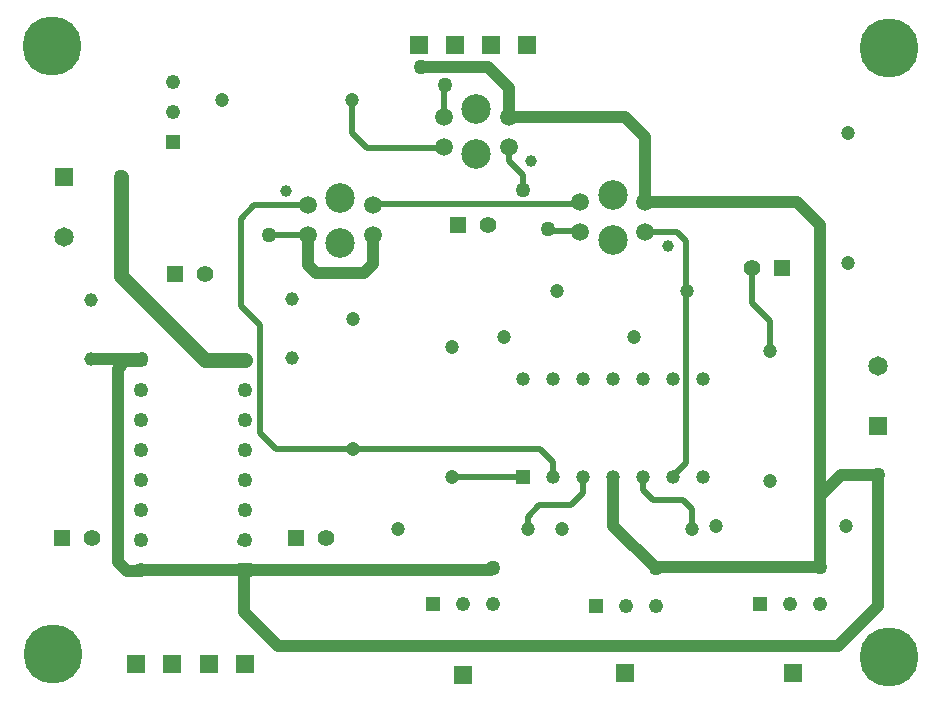
<source format=gtl>
%TF.GenerationSoftware,Altium Limited,Altium Designer,24.7.2 (38)*%
G04 Layer_Physical_Order=1*
G04 Layer_Color=255*
%FSLAX45Y45*%
%MOMM*%
%TF.SameCoordinates,CC96ED50-5278-442E-815C-D6E1CD6F0417*%
%TF.FilePolarity,Positive*%
%TF.FileFunction,Copper,L1,Top,Signal*%
%TF.Part,Single*%
G01*
G75*
%TA.AperFunction,Conductor*%
%ADD10C,1.01600*%
%ADD11C,0.50800*%
%ADD12C,0.25400*%
%ADD13C,1.27000*%
%ADD14C,0.76200*%
%TA.AperFunction,ComponentPad*%
%ADD15C,1.65000*%
%ADD16R,1.65000X1.65000*%
%ADD17C,1.20000*%
%ADD18C,1.25000*%
%ADD19C,1.15000*%
%ADD20C,1.21800*%
%ADD21R,1.21800X1.21800*%
%ADD22R,1.56000X1.56000*%
%ADD23R,1.56000X1.56000*%
%ADD24R,1.39800X1.39800*%
%ADD25C,1.39800*%
%ADD26C,1.50000*%
%ADD27C,1.00000*%
%ADD28C,2.50000*%
%ADD29C,1.40000*%
%ADD30R,1.40000X1.40000*%
%ADD31R,1.25000X1.25000*%
%ADD32C,1.18000*%
%ADD33R,1.18000X1.18000*%
%ADD34R,1.21800X1.21800*%
%TA.AperFunction,ViaPad*%
%ADD35C,5.00000*%
%ADD36C,1.27000*%
D10*
X4069827Y1066800D02*
X4076700D01*
X1981200Y1054100D02*
X4057127D01*
X4069827Y1066800D01*
X5467350Y1073150D02*
X6838950D01*
X6845300Y1079500D02*
Y1676400D01*
X5092700Y1428227D02*
Y1841500D01*
Y1428227D02*
X5454127Y1066800D01*
X5461000D01*
X3467100Y5308600D02*
X4038600D01*
X4212000Y5135200D01*
X7340600Y749300D02*
Y1842467D01*
X6997700Y406400D02*
X7340600Y749300D01*
X7023100Y1854200D02*
X7340600D01*
X2260600Y406400D02*
X6997700D01*
X1968500Y698500D02*
X2260600Y406400D01*
X6845300Y1676400D02*
X7023100Y1854200D01*
X6845300Y1676400D02*
Y3975100D01*
X4212000Y4889500D02*
Y5135200D01*
X4257824Y4889500D02*
X5194300D01*
X5367701Y4716099D01*
Y4165600D02*
Y4716099D01*
X6654800Y4165600D02*
X6845300Y3975100D01*
X5367701Y4165600D02*
X6654800D01*
X1096702Y1054100D02*
X1976700D01*
X1094200Y2834100D02*
X1104900Y2844800D01*
X3060700Y3860800D02*
X3073400Y3873500D01*
X3060700Y3644900D02*
Y3860800D01*
X2984500Y3568700D02*
X3060700Y3644900D01*
X2578100Y3568700D02*
X2984500D01*
X2510699Y3636101D02*
Y3886200D01*
Y3636101D02*
X2578100Y3568700D01*
X1968500Y1017000D02*
X1980200Y1028700D01*
X1981200D01*
X1968500Y698500D02*
Y1017000D01*
X675100Y2834100D02*
X1094200D01*
X5448300Y749300D02*
X5461000Y736600D01*
X673100Y2836100D02*
X675100Y2834100D01*
X901700Y1117600D02*
Y2755900D01*
X1079500Y1041400D02*
X1092200Y1054100D01*
X977900Y1041400D02*
X1079500D01*
X901700Y1117600D02*
X977900Y1041400D01*
X901700Y2755900D02*
X963703Y2817903D01*
X1082504D02*
X1096702Y2832100D01*
X963703Y2817903D02*
X1082504D01*
D11*
X6838950Y1073150D02*
X6845300Y1066800D01*
X5461000D02*
X5467350Y1073150D01*
X4478198Y2075002D02*
X4584700Y1968500D01*
X2242998Y2075002D02*
X4478198D01*
X3454400Y5473700D02*
X3467100Y5486400D01*
X3661999Y4889500D02*
Y5122499D01*
X6273800Y3314700D02*
Y3606800D01*
X6426200Y2908300D02*
Y3162300D01*
X6273800Y3314700D02*
X6426200Y3162300D01*
X5687152Y1640749D02*
X5763351Y1564549D01*
Y1397000D02*
Y1564549D01*
X5433151Y1640749D02*
X5687152D01*
X5346700Y1727200D02*
X5433151Y1640749D01*
X5346700Y1727200D02*
Y1816100D01*
X4372701Y1397000D02*
Y1502501D01*
X4470400Y1600200D01*
X4737100D01*
X4838700Y1701800D01*
X4559300Y3924300D02*
X4826000D01*
X2217719Y3886200D02*
X2507540D01*
X2108200Y2209800D02*
Y3124200D01*
Y2209800D02*
X2242998Y2075002D01*
X5714751Y3420449D02*
Y3835649D01*
X5715000Y3835400D01*
X5638800Y3911600D02*
X5714751Y3835649D01*
X5367701Y3911600D02*
X5638800D01*
X4813300Y4152900D02*
X4826000Y4165600D01*
X3060700Y4140200D02*
X3073400Y4152900D01*
X4813300D01*
X4212000Y4512900D02*
X4330700Y4394200D01*
Y4267200D02*
Y4394200D01*
X4212000Y4512900D02*
Y4635500D01*
X5715000Y1955800D02*
Y3416300D01*
X5613400Y1854200D02*
X5715000Y1955800D01*
X3009900Y4622800D02*
X3657600D01*
X2882900Y4749800D02*
Y5029200D01*
Y4749800D02*
X3009900Y4622800D01*
X5613400Y1841500D02*
Y1854200D01*
X5714751Y3420449D02*
X5718900Y3416300D01*
X2057400Y4140200D02*
X2510699D01*
X1943100Y4025900D02*
X2057400Y4140200D01*
X1943100Y3289300D02*
Y4025900D01*
Y3289300D02*
X2108200Y3124200D01*
X4584700Y1841500D02*
Y1968500D01*
X3733800Y1841500D02*
X3737701Y1837599D01*
X4326799D01*
X4330700Y1841500D01*
X4838700Y1701800D02*
Y1816100D01*
D12*
X7082700Y4749800D02*
X7086600Y4753700D01*
X4546600Y3937000D02*
X4559300Y3924300D01*
D13*
X927100Y3543300D02*
Y4381500D01*
Y3543300D02*
X1638300Y2832100D01*
X1976700D01*
D14*
X1943100Y1295400D02*
X1968500Y1320800D01*
X1096702Y1301335D02*
Y1308100D01*
X1976700Y2578100D02*
X1981200D01*
D15*
X444500Y3873500D02*
D03*
X7340600Y2781300D02*
D03*
D16*
X444500Y4381500D02*
D03*
X7340600Y2273300D02*
D03*
D17*
X7086600Y3653702D02*
D03*
Y4753700D02*
D03*
X4174402Y3022600D02*
D03*
X5274400D02*
D03*
X3733800Y2937601D02*
D03*
Y1837599D02*
D03*
X6426200Y1808302D02*
D03*
Y2908300D02*
D03*
X2895600Y2075002D02*
D03*
Y3175000D02*
D03*
X4618902Y3416300D02*
D03*
X5718900D02*
D03*
X2882900Y5029200D02*
D03*
X1782897D02*
D03*
X4372701Y1397000D02*
D03*
X3272699D02*
D03*
X5763351D02*
D03*
X4663349D02*
D03*
X5965099Y1422400D02*
D03*
X7065101D02*
D03*
D18*
X1976700Y2832100D02*
D03*
X1096702Y1054100D02*
D03*
Y1308100D02*
D03*
Y1562100D02*
D03*
Y1816100D02*
D03*
Y2070100D02*
D03*
Y2324100D02*
D03*
Y2578100D02*
D03*
Y2832100D02*
D03*
X1976700Y2578100D02*
D03*
Y2324100D02*
D03*
Y2070100D02*
D03*
Y1816100D02*
D03*
Y1562100D02*
D03*
Y1308100D02*
D03*
D19*
X2374900Y2848800D02*
D03*
Y3348800D02*
D03*
X673100Y3336100D02*
D03*
Y2836100D02*
D03*
D20*
X1371600Y5181600D02*
D03*
Y4927600D02*
D03*
X3822700Y762000D02*
D03*
X4076700D02*
D03*
X5461000Y749300D02*
D03*
X5207000D02*
D03*
X6591300Y762000D02*
D03*
X6845300D02*
D03*
D21*
X1371600Y4673600D02*
D03*
D22*
X3822700Y165100D02*
D03*
X5194300Y177800D02*
D03*
X6616700D02*
D03*
D23*
X3454400Y5499100D02*
D03*
X1981200Y254000D02*
D03*
X1676400D02*
D03*
X1358900D02*
D03*
X1054100D02*
D03*
X3759200Y5499100D02*
D03*
X4064000D02*
D03*
X4368800D02*
D03*
D24*
X431800Y1320800D02*
D03*
X2413000D02*
D03*
D25*
X685800D02*
D03*
X2667000D02*
D03*
D26*
X2510699Y3886200D02*
D03*
X3060700D02*
D03*
Y4140200D02*
D03*
X2510699D02*
D03*
X5367701Y4165600D02*
D03*
X4817700D02*
D03*
Y3911600D02*
D03*
X5367701D02*
D03*
X4212000Y4889500D02*
D03*
X3661999D02*
D03*
Y4635500D02*
D03*
X4212000D02*
D03*
D27*
X2320701Y4258198D02*
D03*
X5557699Y3793602D02*
D03*
X4402002Y4517502D02*
D03*
D28*
X2785699Y4203202D02*
D03*
Y3823198D02*
D03*
X5092701Y3848598D02*
D03*
Y4228602D02*
D03*
X3936999Y4572498D02*
D03*
Y4952502D02*
D03*
D29*
X6273800Y3606800D02*
D03*
X1638300Y3556000D02*
D03*
X4038600Y3975100D02*
D03*
D30*
X6527800Y3606800D02*
D03*
X1384300Y3556000D02*
D03*
X3784600Y3975100D02*
D03*
D31*
X1976700Y1054100D02*
D03*
D32*
X4330700Y2667000D02*
D03*
X4584700D02*
D03*
X4838700D02*
D03*
X5092700D02*
D03*
X5346700D02*
D03*
X5600700D02*
D03*
X5854700D02*
D03*
Y1841500D02*
D03*
X5600700D02*
D03*
X5346700D02*
D03*
X5092700D02*
D03*
X4838700D02*
D03*
X4584700D02*
D03*
D33*
X4330700D02*
D03*
D34*
X3568700Y762000D02*
D03*
X4953000Y749300D02*
D03*
X6337300Y762000D02*
D03*
D35*
X342900Y5486400D02*
D03*
X7429500Y5473700D02*
D03*
X355600Y342900D02*
D03*
X7429500Y317500D02*
D03*
D36*
X4076700Y1066800D02*
D03*
X6845300Y1079500D02*
D03*
X5461000Y1066800D02*
D03*
X3467100Y5308600D02*
D03*
X3670300Y5156200D02*
D03*
X7340600Y1854200D02*
D03*
X4546600Y3937000D02*
D03*
X2184400Y3886200D02*
D03*
X927100Y4381500D02*
D03*
X4330700Y4267200D02*
D03*
%TF.MD5,a9f51947a0731ce926b17d8bbd853405*%
M02*

</source>
